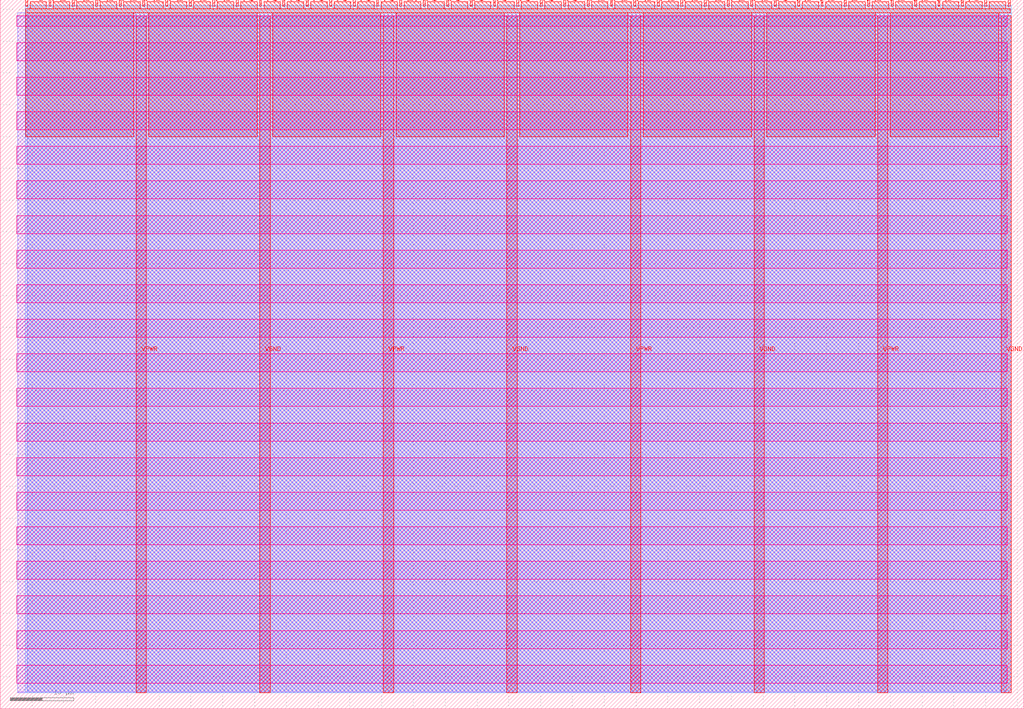
<source format=lef>
VERSION 5.7 ;
  NOWIREEXTENSIONATPIN ON ;
  DIVIDERCHAR "/" ;
  BUSBITCHARS "[]" ;
MACRO tt_um_otp_encryptor
  CLASS BLOCK ;
  FOREIGN tt_um_otp_encryptor ;
  ORIGIN 0.000 0.000 ;
  SIZE 161.000 BY 111.520 ;
  PIN VGND
    DIRECTION INOUT ;
    USE GROUND ;
    PORT
      LAYER met4 ;
        RECT 40.830 2.480 42.430 109.040 ;
    END
    PORT
      LAYER met4 ;
        RECT 79.700 2.480 81.300 109.040 ;
    END
    PORT
      LAYER met4 ;
        RECT 118.570 2.480 120.170 109.040 ;
    END
    PORT
      LAYER met4 ;
        RECT 157.440 2.480 159.040 109.040 ;
    END
  END VGND
  PIN VPWR
    DIRECTION INOUT ;
    USE POWER ;
    PORT
      LAYER met4 ;
        RECT 21.395 2.480 22.995 109.040 ;
    END
    PORT
      LAYER met4 ;
        RECT 60.265 2.480 61.865 109.040 ;
    END
    PORT
      LAYER met4 ;
        RECT 99.135 2.480 100.735 109.040 ;
    END
    PORT
      LAYER met4 ;
        RECT 138.005 2.480 139.605 109.040 ;
    END
  END VPWR
  PIN clk
    DIRECTION INPUT ;
    USE SIGNAL ;
    ANTENNAGATEAREA 0.852000 ;
    PORT
      LAYER met4 ;
        RECT 154.870 110.520 155.170 111.520 ;
    END
  END clk
  PIN ena
    DIRECTION INPUT ;
    USE SIGNAL ;
    ANTENNAGATEAREA 0.159000 ;
    PORT
      LAYER met4 ;
        RECT 158.550 110.520 158.850 111.520 ;
    END
  END ena
  PIN rst_n
    DIRECTION INPUT ;
    USE SIGNAL ;
    ANTENNAGATEAREA 0.196500 ;
    PORT
      LAYER met4 ;
        RECT 151.190 110.520 151.490 111.520 ;
    END
  END rst_n
  PIN ui_in[0]
    DIRECTION INPUT ;
    USE SIGNAL ;
    ANTENNAGATEAREA 0.196500 ;
    PORT
      LAYER met4 ;
        RECT 147.510 110.520 147.810 111.520 ;
    END
  END ui_in[0]
  PIN ui_in[1]
    DIRECTION INPUT ;
    USE SIGNAL ;
    ANTENNAGATEAREA 0.196500 ;
    PORT
      LAYER met4 ;
        RECT 143.830 110.520 144.130 111.520 ;
    END
  END ui_in[1]
  PIN ui_in[2]
    DIRECTION INPUT ;
    USE SIGNAL ;
    ANTENNAGATEAREA 0.196500 ;
    PORT
      LAYER met4 ;
        RECT 140.150 110.520 140.450 111.520 ;
    END
  END ui_in[2]
  PIN ui_in[3]
    DIRECTION INPUT ;
    USE SIGNAL ;
    ANTENNAGATEAREA 0.196500 ;
    PORT
      LAYER met4 ;
        RECT 136.470 110.520 136.770 111.520 ;
    END
  END ui_in[3]
  PIN ui_in[4]
    DIRECTION INPUT ;
    USE SIGNAL ;
    ANTENNAGATEAREA 0.196500 ;
    PORT
      LAYER met4 ;
        RECT 132.790 110.520 133.090 111.520 ;
    END
  END ui_in[4]
  PIN ui_in[5]
    DIRECTION INPUT ;
    USE SIGNAL ;
    ANTENNAGATEAREA 0.196500 ;
    PORT
      LAYER met4 ;
        RECT 129.110 110.520 129.410 111.520 ;
    END
  END ui_in[5]
  PIN ui_in[6]
    DIRECTION INPUT ;
    USE SIGNAL ;
    ANTENNAGATEAREA 0.196500 ;
    PORT
      LAYER met4 ;
        RECT 125.430 110.520 125.730 111.520 ;
    END
  END ui_in[6]
  PIN ui_in[7]
    DIRECTION INPUT ;
    USE SIGNAL ;
    ANTENNAGATEAREA 0.196500 ;
    PORT
      LAYER met4 ;
        RECT 121.750 110.520 122.050 111.520 ;
    END
  END ui_in[7]
  PIN uio_in[0]
    DIRECTION INPUT ;
    USE SIGNAL ;
    ANTENNAGATEAREA 0.213000 ;
    PORT
      LAYER met4 ;
        RECT 118.070 110.520 118.370 111.520 ;
    END
  END uio_in[0]
  PIN uio_in[1]
    DIRECTION INPUT ;
    USE SIGNAL ;
    ANTENNAGATEAREA 0.159000 ;
    PORT
      LAYER met4 ;
        RECT 114.390 110.520 114.690 111.520 ;
    END
  END uio_in[1]
  PIN uio_in[2]
    DIRECTION INPUT ;
    USE SIGNAL ;
    ANTENNAGATEAREA 0.159000 ;
    PORT
      LAYER met4 ;
        RECT 110.710 110.520 111.010 111.520 ;
    END
  END uio_in[2]
  PIN uio_in[3]
    DIRECTION INPUT ;
    USE SIGNAL ;
    ANTENNAGATEAREA 0.372000 ;
    PORT
      LAYER met4 ;
        RECT 107.030 110.520 107.330 111.520 ;
    END
  END uio_in[3]
  PIN uio_in[4]
    DIRECTION INPUT ;
    USE SIGNAL ;
    PORT
      LAYER met4 ;
        RECT 103.350 110.520 103.650 111.520 ;
    END
  END uio_in[4]
  PIN uio_in[5]
    DIRECTION INPUT ;
    USE SIGNAL ;
    PORT
      LAYER met4 ;
        RECT 99.670 110.520 99.970 111.520 ;
    END
  END uio_in[5]
  PIN uio_in[6]
    DIRECTION INPUT ;
    USE SIGNAL ;
    PORT
      LAYER met4 ;
        RECT 95.990 110.520 96.290 111.520 ;
    END
  END uio_in[6]
  PIN uio_in[7]
    DIRECTION INPUT ;
    USE SIGNAL ;
    PORT
      LAYER met4 ;
        RECT 92.310 110.520 92.610 111.520 ;
    END
  END uio_in[7]
  PIN uio_oe[0]
    DIRECTION OUTPUT TRISTATE ;
    USE SIGNAL ;
    PORT
      LAYER met4 ;
        RECT 29.750 110.520 30.050 111.520 ;
    END
  END uio_oe[0]
  PIN uio_oe[1]
    DIRECTION OUTPUT TRISTATE ;
    USE SIGNAL ;
    PORT
      LAYER met4 ;
        RECT 26.070 110.520 26.370 111.520 ;
    END
  END uio_oe[1]
  PIN uio_oe[2]
    DIRECTION OUTPUT TRISTATE ;
    USE SIGNAL ;
    PORT
      LAYER met4 ;
        RECT 22.390 110.520 22.690 111.520 ;
    END
  END uio_oe[2]
  PIN uio_oe[3]
    DIRECTION OUTPUT TRISTATE ;
    USE SIGNAL ;
    PORT
      LAYER met4 ;
        RECT 18.710 110.520 19.010 111.520 ;
    END
  END uio_oe[3]
  PIN uio_oe[4]
    DIRECTION OUTPUT TRISTATE ;
    USE SIGNAL ;
    PORT
      LAYER met4 ;
        RECT 15.030 110.520 15.330 111.520 ;
    END
  END uio_oe[4]
  PIN uio_oe[5]
    DIRECTION OUTPUT TRISTATE ;
    USE SIGNAL ;
    PORT
      LAYER met4 ;
        RECT 11.350 110.520 11.650 111.520 ;
    END
  END uio_oe[5]
  PIN uio_oe[6]
    DIRECTION OUTPUT TRISTATE ;
    USE SIGNAL ;
    PORT
      LAYER met4 ;
        RECT 7.670 110.520 7.970 111.520 ;
    END
  END uio_oe[6]
  PIN uio_oe[7]
    DIRECTION OUTPUT TRISTATE ;
    USE SIGNAL ;
    PORT
      LAYER met4 ;
        RECT 3.990 110.520 4.290 111.520 ;
    END
  END uio_oe[7]
  PIN uio_out[0]
    DIRECTION OUTPUT TRISTATE ;
    USE SIGNAL ;
    PORT
      LAYER met4 ;
        RECT 59.190 110.520 59.490 111.520 ;
    END
  END uio_out[0]
  PIN uio_out[1]
    DIRECTION OUTPUT TRISTATE ;
    USE SIGNAL ;
    PORT
      LAYER met4 ;
        RECT 55.510 110.520 55.810 111.520 ;
    END
  END uio_out[1]
  PIN uio_out[2]
    DIRECTION OUTPUT TRISTATE ;
    USE SIGNAL ;
    PORT
      LAYER met4 ;
        RECT 51.830 110.520 52.130 111.520 ;
    END
  END uio_out[2]
  PIN uio_out[3]
    DIRECTION OUTPUT TRISTATE ;
    USE SIGNAL ;
    PORT
      LAYER met4 ;
        RECT 48.150 110.520 48.450 111.520 ;
    END
  END uio_out[3]
  PIN uio_out[4]
    DIRECTION OUTPUT TRISTATE ;
    USE SIGNAL ;
    ANTENNAGATEAREA 0.247500 ;
    ANTENNADIFFAREA 0.891000 ;
    PORT
      LAYER met4 ;
        RECT 44.470 110.520 44.770 111.520 ;
    END
  END uio_out[4]
  PIN uio_out[5]
    DIRECTION OUTPUT TRISTATE ;
    USE SIGNAL ;
    ANTENNAGATEAREA 0.247500 ;
    ANTENNADIFFAREA 0.891000 ;
    PORT
      LAYER met4 ;
        RECT 40.790 110.520 41.090 111.520 ;
    END
  END uio_out[5]
  PIN uio_out[6]
    DIRECTION OUTPUT TRISTATE ;
    USE SIGNAL ;
    ANTENNAGATEAREA 0.247500 ;
    ANTENNADIFFAREA 0.891000 ;
    PORT
      LAYER met4 ;
        RECT 37.110 110.520 37.410 111.520 ;
    END
  END uio_out[6]
  PIN uio_out[7]
    DIRECTION OUTPUT TRISTATE ;
    USE SIGNAL ;
    PORT
      LAYER met4 ;
        RECT 33.430 110.520 33.730 111.520 ;
    END
  END uio_out[7]
  PIN uo_out[0]
    DIRECTION OUTPUT TRISTATE ;
    USE SIGNAL ;
    ANTENNADIFFAREA 0.891000 ;
    PORT
      LAYER met4 ;
        RECT 88.630 110.520 88.930 111.520 ;
    END
  END uo_out[0]
  PIN uo_out[1]
    DIRECTION OUTPUT TRISTATE ;
    USE SIGNAL ;
    ANTENNADIFFAREA 0.891000 ;
    PORT
      LAYER met4 ;
        RECT 84.950 110.520 85.250 111.520 ;
    END
  END uo_out[1]
  PIN uo_out[2]
    DIRECTION OUTPUT TRISTATE ;
    USE SIGNAL ;
    ANTENNADIFFAREA 0.891000 ;
    PORT
      LAYER met4 ;
        RECT 81.270 110.520 81.570 111.520 ;
    END
  END uo_out[2]
  PIN uo_out[3]
    DIRECTION OUTPUT TRISTATE ;
    USE SIGNAL ;
    ANTENNADIFFAREA 0.891000 ;
    PORT
      LAYER met4 ;
        RECT 77.590 110.520 77.890 111.520 ;
    END
  END uo_out[3]
  PIN uo_out[4]
    DIRECTION OUTPUT TRISTATE ;
    USE SIGNAL ;
    ANTENNADIFFAREA 0.891000 ;
    PORT
      LAYER met4 ;
        RECT 73.910 110.520 74.210 111.520 ;
    END
  END uo_out[4]
  PIN uo_out[5]
    DIRECTION OUTPUT TRISTATE ;
    USE SIGNAL ;
    ANTENNADIFFAREA 0.891000 ;
    PORT
      LAYER met4 ;
        RECT 70.230 110.520 70.530 111.520 ;
    END
  END uo_out[5]
  PIN uo_out[6]
    DIRECTION OUTPUT TRISTATE ;
    USE SIGNAL ;
    ANTENNADIFFAREA 0.891000 ;
    PORT
      LAYER met4 ;
        RECT 66.550 110.520 66.850 111.520 ;
    END
  END uo_out[6]
  PIN uo_out[7]
    DIRECTION OUTPUT TRISTATE ;
    USE SIGNAL ;
    ANTENNADIFFAREA 0.891000 ;
    PORT
      LAYER met4 ;
        RECT 62.870 110.520 63.170 111.520 ;
    END
  END uo_out[7]
  OBS
      LAYER nwell ;
        RECT 2.570 107.385 158.430 108.990 ;
        RECT 2.570 101.945 158.430 104.775 ;
        RECT 2.570 96.505 158.430 99.335 ;
        RECT 2.570 91.065 158.430 93.895 ;
        RECT 2.570 85.625 158.430 88.455 ;
        RECT 2.570 80.185 158.430 83.015 ;
        RECT 2.570 74.745 158.430 77.575 ;
        RECT 2.570 69.305 158.430 72.135 ;
        RECT 2.570 63.865 158.430 66.695 ;
        RECT 2.570 58.425 158.430 61.255 ;
        RECT 2.570 52.985 158.430 55.815 ;
        RECT 2.570 47.545 158.430 50.375 ;
        RECT 2.570 42.105 158.430 44.935 ;
        RECT 2.570 36.665 158.430 39.495 ;
        RECT 2.570 31.225 158.430 34.055 ;
        RECT 2.570 25.785 158.430 28.615 ;
        RECT 2.570 20.345 158.430 23.175 ;
        RECT 2.570 14.905 158.430 17.735 ;
        RECT 2.570 9.465 158.430 12.295 ;
        RECT 2.570 4.025 158.430 6.855 ;
      LAYER li1 ;
        RECT 2.760 2.635 158.240 108.885 ;
      LAYER met1 ;
        RECT 2.760 2.480 159.040 109.440 ;
      LAYER met2 ;
        RECT 4.230 2.535 159.010 110.685 ;
      LAYER met3 ;
        RECT 3.950 2.555 159.030 110.665 ;
      LAYER met4 ;
        RECT 4.690 110.120 7.270 111.170 ;
        RECT 8.370 110.120 10.950 111.170 ;
        RECT 12.050 110.120 14.630 111.170 ;
        RECT 15.730 110.120 18.310 111.170 ;
        RECT 19.410 110.120 21.990 111.170 ;
        RECT 23.090 110.120 25.670 111.170 ;
        RECT 26.770 110.120 29.350 111.170 ;
        RECT 30.450 110.120 33.030 111.170 ;
        RECT 34.130 110.120 36.710 111.170 ;
        RECT 37.810 110.120 40.390 111.170 ;
        RECT 41.490 110.120 44.070 111.170 ;
        RECT 45.170 110.120 47.750 111.170 ;
        RECT 48.850 110.120 51.430 111.170 ;
        RECT 52.530 110.120 55.110 111.170 ;
        RECT 56.210 110.120 58.790 111.170 ;
        RECT 59.890 110.120 62.470 111.170 ;
        RECT 63.570 110.120 66.150 111.170 ;
        RECT 67.250 110.120 69.830 111.170 ;
        RECT 70.930 110.120 73.510 111.170 ;
        RECT 74.610 110.120 77.190 111.170 ;
        RECT 78.290 110.120 80.870 111.170 ;
        RECT 81.970 110.120 84.550 111.170 ;
        RECT 85.650 110.120 88.230 111.170 ;
        RECT 89.330 110.120 91.910 111.170 ;
        RECT 93.010 110.120 95.590 111.170 ;
        RECT 96.690 110.120 99.270 111.170 ;
        RECT 100.370 110.120 102.950 111.170 ;
        RECT 104.050 110.120 106.630 111.170 ;
        RECT 107.730 110.120 110.310 111.170 ;
        RECT 111.410 110.120 113.990 111.170 ;
        RECT 115.090 110.120 117.670 111.170 ;
        RECT 118.770 110.120 121.350 111.170 ;
        RECT 122.450 110.120 125.030 111.170 ;
        RECT 126.130 110.120 128.710 111.170 ;
        RECT 129.810 110.120 132.390 111.170 ;
        RECT 133.490 110.120 136.070 111.170 ;
        RECT 137.170 110.120 139.750 111.170 ;
        RECT 140.850 110.120 143.430 111.170 ;
        RECT 144.530 110.120 147.110 111.170 ;
        RECT 148.210 110.120 150.790 111.170 ;
        RECT 151.890 110.120 154.470 111.170 ;
        RECT 155.570 110.120 158.150 111.170 ;
        RECT 3.975 109.440 158.865 110.120 ;
        RECT 3.975 89.935 20.995 109.440 ;
        RECT 23.395 89.935 40.430 109.440 ;
        RECT 42.830 89.935 59.865 109.440 ;
        RECT 62.265 89.935 79.300 109.440 ;
        RECT 81.700 89.935 98.735 109.440 ;
        RECT 101.135 89.935 118.170 109.440 ;
        RECT 120.570 89.935 137.605 109.440 ;
        RECT 140.005 89.935 157.040 109.440 ;
  END
END tt_um_otp_encryptor
END LIBRARY


</source>
